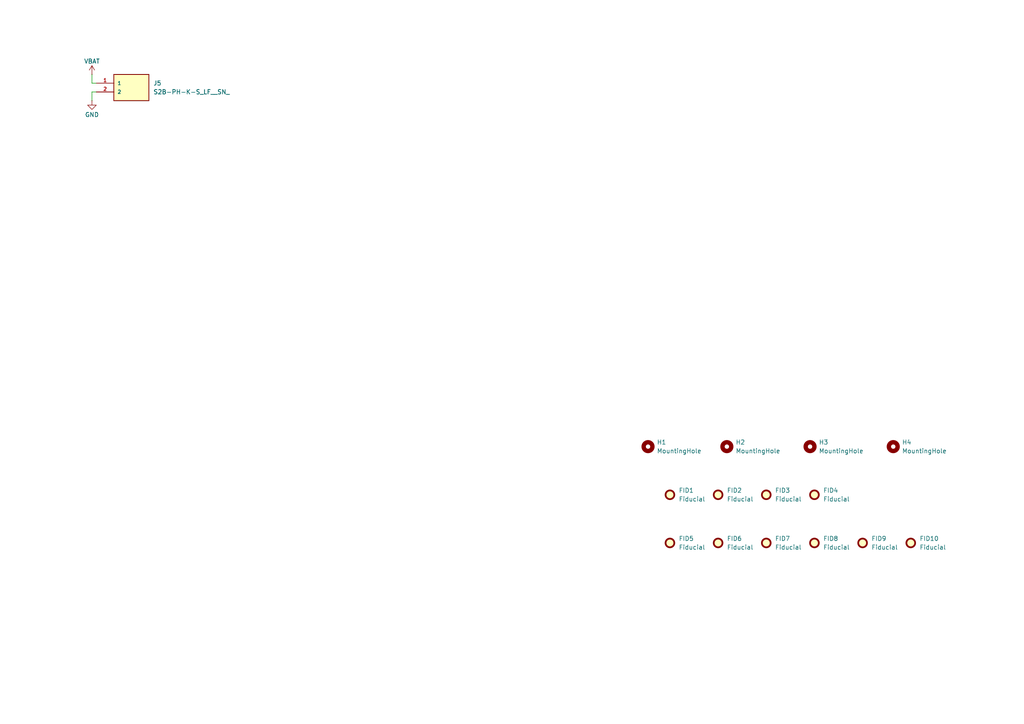
<source format=kicad_sch>
(kicad_sch (version 20250114) (generator "eeschema") (generator_version "9.0")
  (paper "A4")
  (title_block (company "E.Mert ÇAKIR"))
  (lib_symbols
    (symbol "Mechanical:Fiducial" (in_bom no)
      (property "Reference" "FID" (at 0 5.08 0))
      (property "Value" "Fiducial" (at 0 3.175 0))
      (symbol "Fiducial_0_1"
        (circle (center 0 0) (radius 1.27) (stroke (width 0.508)) (fill (type background)))
      )
    )
    (symbol "Mechanical:MountingHole" (pin_names (offset 1.016)) (in_bom no)
      (property "Reference" "H" (at 0 5.08 0))
      (property "Value" "MountingHole" (at 0 3.175 0))
      (symbol "MountingHole_0_1"
        (circle (center 0 0) (radius 1.27) (stroke (width 1.27)))
      )
    )
    (symbol "S2B-PH-K-S_LF__SN_:S2B-PH-K-S_LF__SN_" (pin_names (offset 1.016))
      (property "Reference" "J" (at -5.08 3.302 0))
      (property "Value" "S2B-PH-K-S_LF__SN_" (at -5.08 -7.62 0))
      (symbol "S2B-PH-K-S_LF__SN__0_0"
        (rectangle (start -5.08 -5.08) (end 5.08 2.54) (stroke (width 0.254)) (fill (type background)))
        (pin passive line (at -10.16 0 0) (length 5.08) (name "1") (number "1"))
        (pin passive line (at -10.16 -2.54 0) (length 5.08) (name "2") (number "2"))
      )
    )
    (symbol "power:GND" (power) (pin_numbers (hide yes)) (pin_names (offset 0) (hide yes))
      (property "Value" "GND" (at 0 -3.81 0))
      (symbol "GND_0_1"
        (polyline (pts (xy 0 0) (xy 0 -1.27) (xy 1.27 -1.27) (xy 0 -2.54) (xy -1.27 -1.27) (xy 0 -1.27)))
      )
      (symbol "GND_1_1"
        (pin power_in line (at 0 0 270) (length 0) (name "~") (number "1"))
      )
    )
    (symbol "power:VBUS" (power) (pin_numbers (hide yes)) (pin_names (offset 0) (hide yes))
      (property "Value" "VBUS" (at 0 3.556 0))
      (symbol "VBUS_0_1"
        (polyline (pts (xy -0.762 1.27) (xy 0 2.54)))
        (polyline (pts (xy 0 2.54) (xy 0.762 1.27)))
        (polyline (pts (xy 0 0) (xy 0 2.54)))
      )
      (symbol "VBUS_1_1"
        (pin power_in line (at 0 0 90) (length 0) (name "~") (number "1"))
      )
    )
  )
  (wire (pts (xy 27.94 24.13) (xy 26.67 24.13)))
  (wire (pts (xy 26.67 24.13) (xy 26.67 21.59)))
  (wire (pts (xy 27.94 26.67) (xy 26.67 26.67)))
  (wire (pts (xy 26.67 26.67) (xy 26.67 29.21)))
  (symbol (lib_id "Mechanical:MountingHole") (at 234.95 129.54 0) (unit 1) (in_bom no)
    (property "Reference" "H3" (at 237.49 128.2699 0) (effects (justify left)))
    (property "Value" "MountingHole" (at 237.49 130.8099 0) (effects (justify left)))
    (property "Footprint" "MountingHole:MountingHole_3.2mm_M3_ISO7380" (effects (hide yes)))
    (property "Description" "Mounting Hole without connection" (effects (hide yes)))
  )
  (symbol (lib_id "S2B-PH-K-S_LF__SN_:S2B-PH-K-S_LF__SN_") (at 38.1 24.13 0) (unit 1)
    (property "Reference" "J5" (at 44.45 24.1299 0) (effects (justify left)))
    (property "Value" "S2B-PH-K-S_LF__SN_" (at 44.45 26.6699 0) (effects (justify left)))
    (property "Footprint" "S2B-PH-K-S_LF__SN_:JST_S2B-PH-K-S_LF__SN_" (effects (hide yes)))
    (property "MF" "JST Sales America Inc." (effects (hide yes)))
    (property "MAXIMUM_PACKAGE_HEIGHT" "4.8mm" (effects (hide yes)))
    (property "PACKAGE" "None" (effects (hide yes)))
    (property "PRICE" "None" (effects (hide yes)))
    (property "Package" "NON STANDARD-2 J.S.T." (effects (hide yes)))
    (property "Check_prices" "https://www.snapeda.com/parts/S2B-PH-K-S(LF)(SN)/JST/view-part/?ref=eda" (effects (hide yes)))
    (property "Price" "None" (effects (hide yes)))
    (property "SnapEDA_Link" "https://www.snapeda.com/parts/S2B-PH-K-S(LF)(SN)/JST/view-part/?ref=snap" (effects (hide yes)))
    (property "MP" "S2B-PH-K-S(LF)(SN)" (effects (hide yes)))
    (property "Description_1" "Connector Header Through Hole, Right Angle 2 position" (effects (hide yes)))
    (property "Availability" "In Stock" (effects (hide yes)))
    (property "AVAILABILITY" "Unavailable" (effects (hide yes)))
    (property "DESCRIPTION" "Connector Header Through Hole, Right Angle 2 position" (effects (hide yes)))
  )
  (symbol (lib_id "Mechanical:Fiducial") (at 222.25 143.51 0) (unit 1) (in_bom no)
    (property "Reference" "FID3" (at 224.79 142.2399 0) (effects (justify left)))
    (property "Value" "Fiducial" (at 224.79 144.7799 0) (effects (justify left)))
    (property "Footprint" "Fiducial:Fiducial_1mm_Mask2mm" (effects (hide yes)))
    (property "Description" "Fiducial Marker" (effects (hide yes)))
  )
  (symbol (lib_id "power:GND") (at 26.67 29.21 0) (unit 1)
    (property "Reference" "#PWR082" (effects (hide yes)))
    (property "Value" "GND" (at 26.67 33.274 0))
    (property "Description" "Power symbol creates a global label with name \"GND\" , ground" (effects (hide yes)))
  )
  (symbol (lib_id "Mechanical:Fiducial") (at 194.31 157.48 0) (unit 1) (in_bom no)
    (property "Reference" "FID5" (at 196.85 156.2099 0) (effects (justify left)))
    (property "Value" "Fiducial" (at 196.85 158.7499 0) (effects (justify left)))
    (property "Footprint" "Fiducial:Fiducial_1mm_Mask2mm" (effects (hide yes)))
    (property "Description" "Fiducial Marker" (effects (hide yes)))
  )
  (symbol (lib_id "Mechanical:Fiducial") (at 222.25 157.48 0) (unit 1) (in_bom no)
    (property "Reference" "FID7" (at 224.79 156.2099 0) (effects (justify left)))
    (property "Value" "Fiducial" (at 224.79 158.7499 0) (effects (justify left)))
    (property "Footprint" "Fiducial:Fiducial_1mm_Mask2mm" (effects (hide yes)))
    (property "Description" "Fiducial Marker" (effects (hide yes)))
  )
  (symbol (lib_id "Mechanical:MountingHole") (at 187.96 129.54 0) (unit 1) (in_bom no)
    (property "Reference" "H1" (at 190.5 128.2699 0) (effects (justify left)))
    (property "Value" "MountingHole" (at 190.5 130.8099 0) (effects (justify left)))
    (property "Footprint" "MountingHole:MountingHole_3.2mm_M3_ISO7380" (effects (hide yes)))
    (property "Description" "Mounting Hole without connection" (effects (hide yes)))
  )
  (symbol (lib_id "Mechanical:Fiducial") (at 250.19 157.48 0) (unit 1) (in_bom no)
    (property "Reference" "FID9" (at 252.73 156.2099 0) (effects (justify left)))
    (property "Value" "Fiducial" (at 252.73 158.7499 0) (effects (justify left)))
    (property "Footprint" "Fiducial:Fiducial_1mm_Mask2mm" (effects (hide yes)))
    (property "Description" "Fiducial Marker" (effects (hide yes)))
  )
  (symbol (lib_id "Mechanical:Fiducial") (at 208.28 143.51 0) (unit 1) (in_bom no)
    (property "Reference" "FID2" (at 210.82 142.2399 0) (effects (justify left)))
    (property "Value" "Fiducial" (at 210.82 144.7799 0) (effects (justify left)))
    (property "Footprint" "Fiducial:Fiducial_1mm_Mask2mm" (effects (hide yes)))
    (property "Description" "Fiducial Marker" (effects (hide yes)))
  )
  (symbol (lib_id "Mechanical:MountingHole") (at 259.08 129.54 0) (unit 1) (in_bom no)
    (property "Reference" "H4" (at 261.62 128.2699 0) (effects (justify left)))
    (property "Value" "MountingHole" (at 261.62 130.8099 0) (effects (justify left)))
    (property "Footprint" "MountingHole:MountingHole_3.2mm_M3_ISO7380" (effects (hide yes)))
    (property "Description" "Mounting Hole without connection" (effects (hide yes)))
  )
  (symbol (lib_id "Mechanical:Fiducial") (at 236.22 143.51 0) (unit 1) (in_bom no)
    (property "Reference" "FID4" (at 238.76 142.2399 0) (effects (justify left)))
    (property "Value" "Fiducial" (at 238.76 144.7799 0) (effects (justify left)))
    (property "Footprint" "Fiducial:Fiducial_1mm_Mask2mm" (effects (hide yes)))
    (property "Description" "Fiducial Marker" (effects (hide yes)))
  )
  (symbol (lib_id "Mechanical:MountingHole") (at 210.82 129.54 0) (unit 1) (in_bom no)
    (property "Reference" "H2" (at 213.36 128.2699 0) (effects (justify left)))
    (property "Value" "MountingHole" (at 213.36 130.8099 0) (effects (justify left)))
    (property "Footprint" "MountingHole:MountingHole_3.2mm_M3_ISO7380" (effects (hide yes)))
    (property "Description" "Mounting Hole without connection" (effects (hide yes)))
  )
  (symbol (lib_id "Mechanical:Fiducial") (at 208.28 157.48 0) (unit 1) (in_bom no)
    (property "Reference" "FID6" (at 210.82 156.2099 0) (effects (justify left)))
    (property "Value" "Fiducial" (at 210.82 158.7499 0) (effects (justify left)))
    (property "Footprint" "Fiducial:Fiducial_1mm_Mask2mm" (effects (hide yes)))
    (property "Description" "Fiducial Marker" (effects (hide yes)))
  )
  (symbol (lib_id "Mechanical:Fiducial") (at 264.16 157.48 0) (unit 1) (in_bom no)
    (property "Reference" "FID10" (at 266.7 156.2099 0) (effects (justify left)))
    (property "Value" "Fiducial" (at 266.7 158.7499 0) (effects (justify left)))
    (property "Footprint" "Fiducial:Fiducial_1mm_Mask2mm" (effects (hide yes)))
    (property "Description" "Fiducial Marker" (effects (hide yes)))
  )
  (symbol (lib_id "Mechanical:Fiducial") (at 194.31 143.51 0) (unit 1) (in_bom no)
    (property "Reference" "FID1" (at 196.85 142.2399 0) (effects (justify left)))
    (property "Value" "Fiducial" (at 196.85 144.7799 0) (effects (justify left)))
    (property "Footprint" "Fiducial:Fiducial_1mm_Mask2mm" (effects (hide yes)))
    (property "Description" "Fiducial Marker" (effects (hide yes)))
  )
  (symbol (lib_id "power:VBUS") (at 26.67 21.59 0) (unit 1)
    (property "Reference" "#PWR081" (effects (hide yes)))
    (property "Value" "VBAT" (at 26.67 17.78 0))
    (property "Description" "Power symbol creates a global label with name \"VBUS\"" (effects (hide yes)))
  )
  (symbol (lib_id "Mechanical:Fiducial") (at 236.22 157.48 0) (unit 1) (in_bom no)
    (property "Reference" "FID8" (at 238.76 156.2099 0) (effects (justify left)))
    (property "Value" "Fiducial" (at 238.76 158.7499 0) (effects (justify left)))
    (property "Footprint" "Fiducial:Fiducial_1mm_Mask2mm" (effects (hide yes)))
    (property "Description" "Fiducial Marker" (effects (hide yes)))
  )
)
</source>
